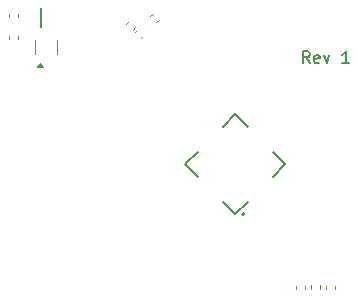
<source format=gbr>
%TF.GenerationSoftware,KiCad,Pcbnew,9.0.2*%
%TF.CreationDate,2025-11-14T17:05:06-08:00*%
%TF.ProjectId,pico2-nx-module,7069636f-322d-46e7-982d-6d6f64756c65,rev?*%
%TF.SameCoordinates,Original*%
%TF.FileFunction,Legend,Top*%
%TF.FilePolarity,Positive*%
%FSLAX46Y46*%
G04 Gerber Fmt 4.6, Leading zero omitted, Abs format (unit mm)*
G04 Created by KiCad (PCBNEW 9.0.2) date 2025-11-14 17:05:06*
%MOMM*%
%LPD*%
G01*
G04 APERTURE LIST*
%ADD10C,0.150000*%
%ADD11C,0.120000*%
%ADD12C,0.127000*%
%ADD13C,0.200000*%
G04 APERTURE END LIST*
D10*
X127008207Y-76714819D02*
X126674874Y-76238628D01*
X126436779Y-76714819D02*
X126436779Y-75714819D01*
X126436779Y-75714819D02*
X126817731Y-75714819D01*
X126817731Y-75714819D02*
X126912969Y-75762438D01*
X126912969Y-75762438D02*
X126960588Y-75810057D01*
X126960588Y-75810057D02*
X127008207Y-75905295D01*
X127008207Y-75905295D02*
X127008207Y-76048152D01*
X127008207Y-76048152D02*
X126960588Y-76143390D01*
X126960588Y-76143390D02*
X126912969Y-76191009D01*
X126912969Y-76191009D02*
X126817731Y-76238628D01*
X126817731Y-76238628D02*
X126436779Y-76238628D01*
X127817731Y-76667200D02*
X127722493Y-76714819D01*
X127722493Y-76714819D02*
X127532017Y-76714819D01*
X127532017Y-76714819D02*
X127436779Y-76667200D01*
X127436779Y-76667200D02*
X127389160Y-76571961D01*
X127389160Y-76571961D02*
X127389160Y-76191009D01*
X127389160Y-76191009D02*
X127436779Y-76095771D01*
X127436779Y-76095771D02*
X127532017Y-76048152D01*
X127532017Y-76048152D02*
X127722493Y-76048152D01*
X127722493Y-76048152D02*
X127817731Y-76095771D01*
X127817731Y-76095771D02*
X127865350Y-76191009D01*
X127865350Y-76191009D02*
X127865350Y-76286247D01*
X127865350Y-76286247D02*
X127389160Y-76381485D01*
X128198684Y-76048152D02*
X128436779Y-76714819D01*
X128436779Y-76714819D02*
X128674874Y-76048152D01*
X130341541Y-76714819D02*
X129770113Y-76714819D01*
X130055827Y-76714819D02*
X130055827Y-75714819D01*
X130055827Y-75714819D02*
X129960589Y-75857676D01*
X129960589Y-75857676D02*
X129865351Y-75952914D01*
X129865351Y-75952914D02*
X129770113Y-76000533D01*
D11*
%TO.C,R62*%
X113493283Y-72739316D02*
X113710564Y-72522035D01*
X114030684Y-73276717D02*
X114247965Y-73059436D01*
%TO.C,C48*%
X101570000Y-72777836D02*
X101570000Y-72562164D01*
X102290000Y-72777836D02*
X102290000Y-72562164D01*
%TO.C,R33*%
X125815400Y-95859242D02*
X125815400Y-95551960D01*
X126575400Y-95859242D02*
X126575400Y-95551960D01*
%TO.C,C51*%
X101570002Y-74452162D02*
X101570002Y-74667834D01*
X102290002Y-74452162D02*
X102290002Y-74667834D01*
%TO.C,C20*%
X112198601Y-74052282D02*
X112351104Y-73899779D01*
X112707718Y-74561399D02*
X112860221Y-74408896D01*
%TO.C,R51*%
X127115400Y-95531962D02*
X127115400Y-95839244D01*
X127875400Y-95531962D02*
X127875400Y-95839244D01*
%TO.C,R9*%
X128415400Y-95859242D02*
X128415400Y-95551960D01*
X129175400Y-95859242D02*
X129175400Y-95551960D01*
%TO.C,U5*%
X103725002Y-75372497D02*
X103725002Y-74772497D01*
X103725002Y-75372497D02*
X103725002Y-75972497D01*
X105595002Y-75372497D02*
X105595002Y-74772497D01*
X105595002Y-75372497D02*
X105595002Y-75972497D01*
X104400002Y-77012497D02*
X103920002Y-77012497D01*
X104160002Y-76682496D01*
X104400002Y-77012497D01*
G36*
X104400002Y-77012497D02*
G01*
X103920002Y-77012497D01*
X104160002Y-76682496D01*
X104400002Y-77012497D01*
G37*
%TO.C,R78*%
X111699316Y-73153283D02*
X111482035Y-73370564D01*
X112236717Y-73690684D02*
X112019436Y-73907965D01*
D12*
%TO.C,U3*%
X116448418Y-85278234D02*
X117509078Y-84217574D01*
X116448418Y-85278234D02*
X117509078Y-86338894D01*
X120691059Y-81035593D02*
X119630399Y-82096253D01*
X120691059Y-81035593D02*
X121751719Y-82096253D01*
X120691059Y-89520875D02*
X119630399Y-88460215D01*
X120691059Y-89520875D02*
X121751719Y-88460215D01*
X124933700Y-85278234D02*
X123873040Y-84217574D01*
X124933700Y-85278234D02*
X123873040Y-86338894D01*
D13*
X121498166Y-89520875D02*
G75*
G02*
X121298166Y-89520875I-100000J0D01*
G01*
X121298166Y-89520875D02*
G75*
G02*
X121498166Y-89520875I100000J0D01*
G01*
%TO.C,L3*%
X104270003Y-73659997D02*
X104270003Y-72059999D01*
%TD*%
M02*

</source>
